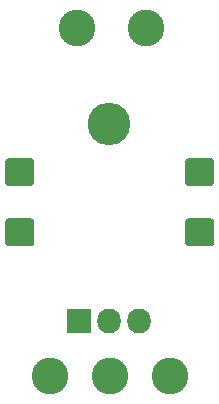
<source format=gbr>
%TF.GenerationSoftware,KiCad,Pcbnew,(5.1.6)-1*%
%TF.CreationDate,2021-05-20T08:24:50-04:00*%
%TF.ProjectId,ATX2AT-5v,41545832-4154-42d3-9576-2e6b69636164,rev?*%
%TF.SameCoordinates,Original*%
%TF.FileFunction,Soldermask,Top*%
%TF.FilePolarity,Negative*%
%FSLAX46Y46*%
G04 Gerber Fmt 4.6, Leading zero omitted, Abs format (unit mm)*
G04 Created by KiCad (PCBNEW (5.1.6)-1) date 2021-05-20 08:24:50*
%MOMM*%
%LPD*%
G01*
G04 APERTURE LIST*
%ADD10C,3.100000*%
%ADD11O,3.600000X3.600000*%
%ADD12R,2.005000X2.100000*%
%ADD13O,2.005000X2.100000*%
G04 APERTURE END LIST*
%TO.C,C1*%
G36*
G01*
X122883890Y-81967000D02*
X120956110Y-81967000D01*
G75*
G02*
X120695000Y-81705890I0J261110D01*
G01*
X120695000Y-79878110D01*
G75*
G02*
X120956110Y-79617000I261110J0D01*
G01*
X122883890Y-79617000D01*
G75*
G02*
X123145000Y-79878110I0J-261110D01*
G01*
X123145000Y-81705890D01*
G75*
G02*
X122883890Y-81967000I-261110J0D01*
G01*
G37*
G36*
G01*
X122883890Y-76867000D02*
X120956110Y-76867000D01*
G75*
G02*
X120695000Y-76605890I0J261110D01*
G01*
X120695000Y-74778110D01*
G75*
G02*
X120956110Y-74517000I261110J0D01*
G01*
X122883890Y-74517000D01*
G75*
G02*
X123145000Y-74778110I0J-261110D01*
G01*
X123145000Y-76605890D01*
G75*
G02*
X122883890Y-76867000I-261110J0D01*
G01*
G37*
%TD*%
%TO.C,C2*%
G36*
G01*
X138123890Y-76867000D02*
X136196110Y-76867000D01*
G75*
G02*
X135935000Y-76605890I0J261110D01*
G01*
X135935000Y-74778110D01*
G75*
G02*
X136196110Y-74517000I261110J0D01*
G01*
X138123890Y-74517000D01*
G75*
G02*
X138385000Y-74778110I0J-261110D01*
G01*
X138385000Y-76605890D01*
G75*
G02*
X138123890Y-76867000I-261110J0D01*
G01*
G37*
G36*
G01*
X138123890Y-81967000D02*
X136196110Y-81967000D01*
G75*
G02*
X135935000Y-81705890I0J261110D01*
G01*
X135935000Y-79878110D01*
G75*
G02*
X136196110Y-79617000I261110J0D01*
G01*
X138123890Y-79617000D01*
G75*
G02*
X138385000Y-79878110I0J-261110D01*
G01*
X138385000Y-81705890D01*
G75*
G02*
X138123890Y-81967000I-261110J0D01*
G01*
G37*
%TD*%
D10*
%TO.C,-12V*%
X126746000Y-63500000D03*
%TD*%
%TO.C,GND*%
X132588000Y-63500000D03*
%TD*%
%TO.C,-12V*%
X124460000Y-92964000D03*
%TD*%
%TO.C,-5V*%
X129540000Y-92964000D03*
%TD*%
%TO.C,GND*%
X134620000Y-92964000D03*
%TD*%
D11*
%TO.C,U1*%
X129481001Y-71655001D03*
D12*
X126941001Y-88315001D03*
D13*
X129481001Y-88315001D03*
X132021001Y-88315001D03*
%TD*%
M02*

</source>
